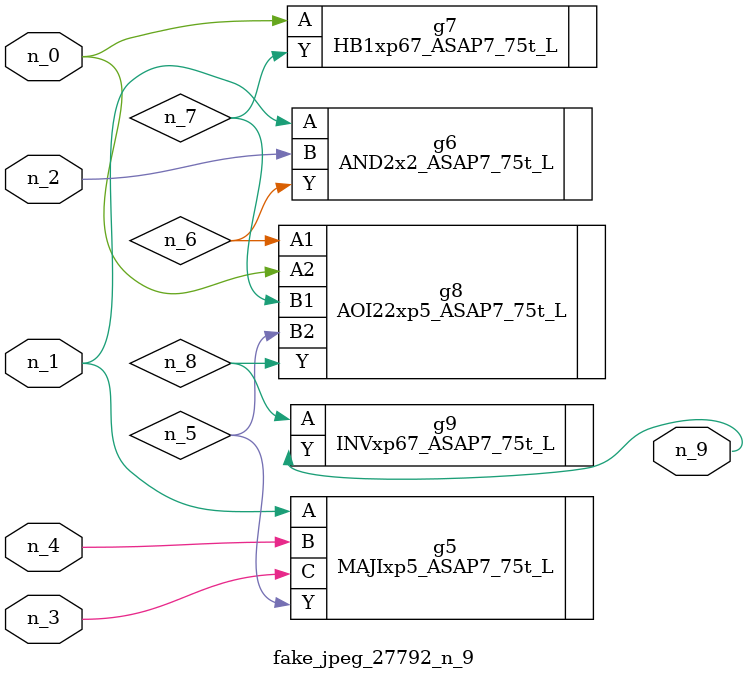
<source format=v>
module fake_jpeg_27792_n_9 (n_3, n_2, n_1, n_0, n_4, n_9);

input n_3;
input n_2;
input n_1;
input n_0;
input n_4;

output n_9;

wire n_8;
wire n_6;
wire n_5;
wire n_7;

MAJIxp5_ASAP7_75t_L g5 ( 
.A(n_1),
.B(n_4),
.C(n_3),
.Y(n_5)
);

AND2x2_ASAP7_75t_L g6 ( 
.A(n_1),
.B(n_2),
.Y(n_6)
);

HB1xp67_ASAP7_75t_L g7 ( 
.A(n_0),
.Y(n_7)
);

AOI22xp5_ASAP7_75t_L g8 ( 
.A1(n_6),
.A2(n_0),
.B1(n_7),
.B2(n_5),
.Y(n_8)
);

INVxp67_ASAP7_75t_L g9 ( 
.A(n_8),
.Y(n_9)
);


endmodule
</source>
